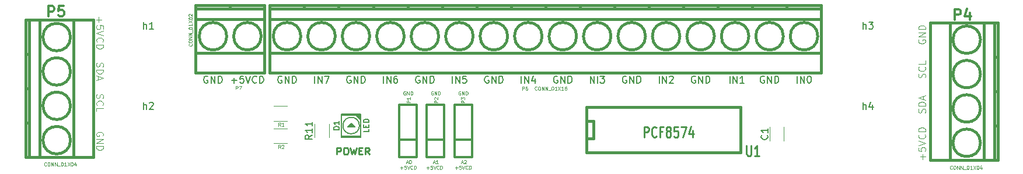
<source format=gbr>
G04 #@! TF.FileFunction,Legend,Top*
%FSLAX46Y46*%
G04 Gerber Fmt 4.6, Leading zero omitted, Abs format (unit mm)*
G04 Created by KiCad (PCBNEW 4.0.6) date 02/01/18 18:05:22*
%MOMM*%
%LPD*%
G01*
G04 APERTURE LIST*
%ADD10C,0.100000*%
%ADD11C,0.125000*%
%ADD12C,0.250000*%
%ADD13C,0.200000*%
%ADD14C,0.381000*%
%ADD15C,0.120000*%
%ADD16C,0.198120*%
%ADD17C,0.304800*%
%ADD18C,0.150000*%
%ADD19C,0.285750*%
%ADD20C,0.287020*%
%ADD21C,0.149860*%
%ADD22C,0.300000*%
G04 APERTURE END LIST*
D10*
D11*
X132911144Y-100919714D02*
X133292096Y-100919714D01*
X133101620Y-101110190D02*
X133101620Y-100729238D01*
X133768287Y-100610190D02*
X133530192Y-100610190D01*
X133506382Y-100848286D01*
X133530192Y-100824476D01*
X133577811Y-100800667D01*
X133696858Y-100800667D01*
X133744477Y-100824476D01*
X133768287Y-100848286D01*
X133792096Y-100895905D01*
X133792096Y-101014952D01*
X133768287Y-101062571D01*
X133744477Y-101086381D01*
X133696858Y-101110190D01*
X133577811Y-101110190D01*
X133530192Y-101086381D01*
X133506382Y-101062571D01*
X133934953Y-100610190D02*
X134101620Y-101110190D01*
X134268286Y-100610190D01*
X134720667Y-101062571D02*
X134696857Y-101086381D01*
X134625429Y-101110190D01*
X134577810Y-101110190D01*
X134506381Y-101086381D01*
X134458762Y-101038762D01*
X134434953Y-100991143D01*
X134411143Y-100895905D01*
X134411143Y-100824476D01*
X134434953Y-100729238D01*
X134458762Y-100681619D01*
X134506381Y-100634000D01*
X134577810Y-100610190D01*
X134625429Y-100610190D01*
X134696857Y-100634000D01*
X134720667Y-100657810D01*
X134934953Y-101110190D02*
X134934953Y-100610190D01*
X135054000Y-100610190D01*
X135125429Y-100634000D01*
X135173048Y-100681619D01*
X135196857Y-100729238D01*
X135220667Y-100824476D01*
X135220667Y-100895905D01*
X135196857Y-100991143D01*
X135173048Y-101038762D01*
X135125429Y-101086381D01*
X135054000Y-101110190D01*
X134934953Y-101110190D01*
X128711144Y-100919714D02*
X129092096Y-100919714D01*
X128901620Y-101110190D02*
X128901620Y-100729238D01*
X129568287Y-100610190D02*
X129330192Y-100610190D01*
X129306382Y-100848286D01*
X129330192Y-100824476D01*
X129377811Y-100800667D01*
X129496858Y-100800667D01*
X129544477Y-100824476D01*
X129568287Y-100848286D01*
X129592096Y-100895905D01*
X129592096Y-101014952D01*
X129568287Y-101062571D01*
X129544477Y-101086381D01*
X129496858Y-101110190D01*
X129377811Y-101110190D01*
X129330192Y-101086381D01*
X129306382Y-101062571D01*
X129734953Y-100610190D02*
X129901620Y-101110190D01*
X130068286Y-100610190D01*
X130520667Y-101062571D02*
X130496857Y-101086381D01*
X130425429Y-101110190D01*
X130377810Y-101110190D01*
X130306381Y-101086381D01*
X130258762Y-101038762D01*
X130234953Y-100991143D01*
X130211143Y-100895905D01*
X130211143Y-100824476D01*
X130234953Y-100729238D01*
X130258762Y-100681619D01*
X130306381Y-100634000D01*
X130377810Y-100610190D01*
X130425429Y-100610190D01*
X130496857Y-100634000D01*
X130520667Y-100657810D01*
X130734953Y-101110190D02*
X130734953Y-100610190D01*
X130854000Y-100610190D01*
X130925429Y-100634000D01*
X130973048Y-100681619D01*
X130996857Y-100729238D01*
X131020667Y-100824476D01*
X131020667Y-100895905D01*
X130996857Y-100991143D01*
X130973048Y-101038762D01*
X130925429Y-101086381D01*
X130854000Y-101110190D01*
X130734953Y-101110190D01*
X124911144Y-100919714D02*
X125292096Y-100919714D01*
X125101620Y-101110190D02*
X125101620Y-100729238D01*
X125768287Y-100610190D02*
X125530192Y-100610190D01*
X125506382Y-100848286D01*
X125530192Y-100824476D01*
X125577811Y-100800667D01*
X125696858Y-100800667D01*
X125744477Y-100824476D01*
X125768287Y-100848286D01*
X125792096Y-100895905D01*
X125792096Y-101014952D01*
X125768287Y-101062571D01*
X125744477Y-101086381D01*
X125696858Y-101110190D01*
X125577811Y-101110190D01*
X125530192Y-101086381D01*
X125506382Y-101062571D01*
X125934953Y-100610190D02*
X126101620Y-101110190D01*
X126268286Y-100610190D01*
X126720667Y-101062571D02*
X126696857Y-101086381D01*
X126625429Y-101110190D01*
X126577810Y-101110190D01*
X126506381Y-101086381D01*
X126458762Y-101038762D01*
X126434953Y-100991143D01*
X126411143Y-100895905D01*
X126411143Y-100824476D01*
X126434953Y-100729238D01*
X126458762Y-100681619D01*
X126506381Y-100634000D01*
X126577810Y-100610190D01*
X126625429Y-100610190D01*
X126696857Y-100634000D01*
X126720667Y-100657810D01*
X126934953Y-101110190D02*
X126934953Y-100610190D01*
X127054000Y-100610190D01*
X127125429Y-100634000D01*
X127173048Y-100681619D01*
X127196857Y-100729238D01*
X127220667Y-100824476D01*
X127220667Y-100895905D01*
X127196857Y-100991143D01*
X127173048Y-101038762D01*
X127125429Y-101086381D01*
X127054000Y-101110190D01*
X126934953Y-101110190D01*
X125673047Y-89834000D02*
X125625428Y-89810190D01*
X125554000Y-89810190D01*
X125482571Y-89834000D01*
X125434952Y-89881619D01*
X125411143Y-89929238D01*
X125387333Y-90024476D01*
X125387333Y-90095905D01*
X125411143Y-90191143D01*
X125434952Y-90238762D01*
X125482571Y-90286381D01*
X125554000Y-90310190D01*
X125601619Y-90310190D01*
X125673047Y-90286381D01*
X125696857Y-90262571D01*
X125696857Y-90095905D01*
X125601619Y-90095905D01*
X125911143Y-90310190D02*
X125911143Y-89810190D01*
X126196857Y-90310190D01*
X126196857Y-89810190D01*
X126434953Y-90310190D02*
X126434953Y-89810190D01*
X126554000Y-89810190D01*
X126625429Y-89834000D01*
X126673048Y-89881619D01*
X126696857Y-89929238D01*
X126720667Y-90024476D01*
X126720667Y-90095905D01*
X126696857Y-90191143D01*
X126673048Y-90238762D01*
X126625429Y-90286381D01*
X126554000Y-90310190D01*
X126434953Y-90310190D01*
X133673047Y-89834000D02*
X133625428Y-89810190D01*
X133554000Y-89810190D01*
X133482571Y-89834000D01*
X133434952Y-89881619D01*
X133411143Y-89929238D01*
X133387333Y-90024476D01*
X133387333Y-90095905D01*
X133411143Y-90191143D01*
X133434952Y-90238762D01*
X133482571Y-90286381D01*
X133554000Y-90310190D01*
X133601619Y-90310190D01*
X133673047Y-90286381D01*
X133696857Y-90262571D01*
X133696857Y-90095905D01*
X133601619Y-90095905D01*
X133911143Y-90310190D02*
X133911143Y-89810190D01*
X134196857Y-90310190D01*
X134196857Y-89810190D01*
X134434953Y-90310190D02*
X134434953Y-89810190D01*
X134554000Y-89810190D01*
X134625429Y-89834000D01*
X134673048Y-89881619D01*
X134696857Y-89929238D01*
X134720667Y-90024476D01*
X134720667Y-90095905D01*
X134696857Y-90191143D01*
X134673048Y-90238762D01*
X134625429Y-90286381D01*
X134554000Y-90310190D01*
X134434953Y-90310190D01*
X129673047Y-89834000D02*
X129625428Y-89810190D01*
X129554000Y-89810190D01*
X129482571Y-89834000D01*
X129434952Y-89881619D01*
X129411143Y-89929238D01*
X129387333Y-90024476D01*
X129387333Y-90095905D01*
X129411143Y-90191143D01*
X129434952Y-90238762D01*
X129482571Y-90286381D01*
X129554000Y-90310190D01*
X129601619Y-90310190D01*
X129673047Y-90286381D01*
X129696857Y-90262571D01*
X129696857Y-90095905D01*
X129601619Y-90095905D01*
X129911143Y-90310190D02*
X129911143Y-89810190D01*
X130196857Y-90310190D01*
X130196857Y-89810190D01*
X130434953Y-90310190D02*
X130434953Y-89810190D01*
X130554000Y-89810190D01*
X130625429Y-89834000D01*
X130673048Y-89881619D01*
X130696857Y-89929238D01*
X130720667Y-90024476D01*
X130720667Y-90095905D01*
X130696857Y-90191143D01*
X130673048Y-90238762D01*
X130625429Y-90286381D01*
X130554000Y-90310190D01*
X130434953Y-90310190D01*
D12*
X115744476Y-98986381D02*
X115744476Y-97986381D01*
X116125429Y-97986381D01*
X116220667Y-98034000D01*
X116268286Y-98081619D01*
X116315905Y-98176857D01*
X116315905Y-98319714D01*
X116268286Y-98414952D01*
X116220667Y-98462571D01*
X116125429Y-98510190D01*
X115744476Y-98510190D01*
X116934952Y-97986381D02*
X117125429Y-97986381D01*
X117220667Y-98034000D01*
X117315905Y-98129238D01*
X117363524Y-98319714D01*
X117363524Y-98653048D01*
X117315905Y-98843524D01*
X117220667Y-98938762D01*
X117125429Y-98986381D01*
X116934952Y-98986381D01*
X116839714Y-98938762D01*
X116744476Y-98843524D01*
X116696857Y-98653048D01*
X116696857Y-98319714D01*
X116744476Y-98129238D01*
X116839714Y-98034000D01*
X116934952Y-97986381D01*
X117696857Y-97986381D02*
X117934952Y-98986381D01*
X118125429Y-98272095D01*
X118315905Y-98986381D01*
X118554000Y-97986381D01*
X118934952Y-98462571D02*
X119268286Y-98462571D01*
X119411143Y-98986381D02*
X118934952Y-98986381D01*
X118934952Y-97986381D01*
X119411143Y-97986381D01*
X120411143Y-98986381D02*
X120077809Y-98510190D01*
X119839714Y-98986381D02*
X119839714Y-97986381D01*
X120220667Y-97986381D01*
X120315905Y-98034000D01*
X120363524Y-98081619D01*
X120411143Y-98176857D01*
X120411143Y-98319714D01*
X120363524Y-98414952D01*
X120315905Y-98462571D01*
X120220667Y-98510190D01*
X119839714Y-98510190D01*
D13*
X100468286Y-88205429D02*
X101230191Y-88205429D01*
X100849239Y-88586381D02*
X100849239Y-87824476D01*
X102182572Y-87586381D02*
X101706381Y-87586381D01*
X101658762Y-88062571D01*
X101706381Y-88014952D01*
X101801619Y-87967333D01*
X102039715Y-87967333D01*
X102134953Y-88014952D01*
X102182572Y-88062571D01*
X102230191Y-88157810D01*
X102230191Y-88395905D01*
X102182572Y-88491143D01*
X102134953Y-88538762D01*
X102039715Y-88586381D01*
X101801619Y-88586381D01*
X101706381Y-88538762D01*
X101658762Y-88491143D01*
X102515905Y-87586381D02*
X102849238Y-88586381D01*
X103182572Y-87586381D01*
X104087334Y-88491143D02*
X104039715Y-88538762D01*
X103896858Y-88586381D01*
X103801620Y-88586381D01*
X103658762Y-88538762D01*
X103563524Y-88443524D01*
X103515905Y-88348286D01*
X103468286Y-88157810D01*
X103468286Y-88014952D01*
X103515905Y-87824476D01*
X103563524Y-87729238D01*
X103658762Y-87634000D01*
X103801620Y-87586381D01*
X103896858Y-87586381D01*
X104039715Y-87634000D01*
X104087334Y-87681619D01*
X104515905Y-88586381D02*
X104515905Y-87586381D01*
X104754000Y-87586381D01*
X104896858Y-87634000D01*
X104992096Y-87729238D01*
X105039715Y-87824476D01*
X105087334Y-88014952D01*
X105087334Y-88157810D01*
X105039715Y-88348286D01*
X104992096Y-88443524D01*
X104896858Y-88538762D01*
X104754000Y-88586381D01*
X104515905Y-88586381D01*
X96992096Y-87634000D02*
X96896858Y-87586381D01*
X96754001Y-87586381D01*
X96611143Y-87634000D01*
X96515905Y-87729238D01*
X96468286Y-87824476D01*
X96420667Y-88014952D01*
X96420667Y-88157810D01*
X96468286Y-88348286D01*
X96515905Y-88443524D01*
X96611143Y-88538762D01*
X96754001Y-88586381D01*
X96849239Y-88586381D01*
X96992096Y-88538762D01*
X97039715Y-88491143D01*
X97039715Y-88157810D01*
X96849239Y-88157810D01*
X97468286Y-88586381D02*
X97468286Y-87586381D01*
X98039715Y-88586381D01*
X98039715Y-87586381D01*
X98515905Y-88586381D02*
X98515905Y-87586381D01*
X98754000Y-87586381D01*
X98896858Y-87634000D01*
X98992096Y-87729238D01*
X99039715Y-87824476D01*
X99087334Y-88014952D01*
X99087334Y-88157810D01*
X99039715Y-88348286D01*
X98992096Y-88443524D01*
X98896858Y-88538762D01*
X98754000Y-88586381D01*
X98515905Y-88586381D01*
X182504000Y-88586381D02*
X182504000Y-87586381D01*
X182980190Y-88586381D02*
X182980190Y-87586381D01*
X183551619Y-88586381D01*
X183551619Y-87586381D01*
X184218285Y-87586381D02*
X184313524Y-87586381D01*
X184408762Y-87634000D01*
X184456381Y-87681619D01*
X184504000Y-87776857D01*
X184551619Y-87967333D01*
X184551619Y-88205429D01*
X184504000Y-88395905D01*
X184456381Y-88491143D01*
X184408762Y-88538762D01*
X184313524Y-88586381D01*
X184218285Y-88586381D01*
X184123047Y-88538762D01*
X184075428Y-88491143D01*
X184027809Y-88395905D01*
X183980190Y-88205429D01*
X183980190Y-87967333D01*
X184027809Y-87776857D01*
X184075428Y-87681619D01*
X184123047Y-87634000D01*
X184218285Y-87586381D01*
X177742096Y-87634000D02*
X177646858Y-87586381D01*
X177504001Y-87586381D01*
X177361143Y-87634000D01*
X177265905Y-87729238D01*
X177218286Y-87824476D01*
X177170667Y-88014952D01*
X177170667Y-88157810D01*
X177218286Y-88348286D01*
X177265905Y-88443524D01*
X177361143Y-88538762D01*
X177504001Y-88586381D01*
X177599239Y-88586381D01*
X177742096Y-88538762D01*
X177789715Y-88491143D01*
X177789715Y-88157810D01*
X177599239Y-88157810D01*
X178218286Y-88586381D02*
X178218286Y-87586381D01*
X178789715Y-88586381D01*
X178789715Y-87586381D01*
X179265905Y-88586381D02*
X179265905Y-87586381D01*
X179504000Y-87586381D01*
X179646858Y-87634000D01*
X179742096Y-87729238D01*
X179789715Y-87824476D01*
X179837334Y-88014952D01*
X179837334Y-88157810D01*
X179789715Y-88348286D01*
X179742096Y-88443524D01*
X179646858Y-88538762D01*
X179504000Y-88586381D01*
X179265905Y-88586381D01*
X172754000Y-88586381D02*
X172754000Y-87586381D01*
X173230190Y-88586381D02*
X173230190Y-87586381D01*
X173801619Y-88586381D01*
X173801619Y-87586381D01*
X174801619Y-88586381D02*
X174230190Y-88586381D01*
X174515904Y-88586381D02*
X174515904Y-87586381D01*
X174420666Y-87729238D01*
X174325428Y-87824476D01*
X174230190Y-87872095D01*
X167742096Y-87634000D02*
X167646858Y-87586381D01*
X167504001Y-87586381D01*
X167361143Y-87634000D01*
X167265905Y-87729238D01*
X167218286Y-87824476D01*
X167170667Y-88014952D01*
X167170667Y-88157810D01*
X167218286Y-88348286D01*
X167265905Y-88443524D01*
X167361143Y-88538762D01*
X167504001Y-88586381D01*
X167599239Y-88586381D01*
X167742096Y-88538762D01*
X167789715Y-88491143D01*
X167789715Y-88157810D01*
X167599239Y-88157810D01*
X168218286Y-88586381D02*
X168218286Y-87586381D01*
X168789715Y-88586381D01*
X168789715Y-87586381D01*
X169265905Y-88586381D02*
X169265905Y-87586381D01*
X169504000Y-87586381D01*
X169646858Y-87634000D01*
X169742096Y-87729238D01*
X169789715Y-87824476D01*
X169837334Y-88014952D01*
X169837334Y-88157810D01*
X169789715Y-88348286D01*
X169742096Y-88443524D01*
X169646858Y-88538762D01*
X169504000Y-88586381D01*
X169265905Y-88586381D01*
X162504000Y-88586381D02*
X162504000Y-87586381D01*
X162980190Y-88586381D02*
X162980190Y-87586381D01*
X163551619Y-88586381D01*
X163551619Y-87586381D01*
X163980190Y-87681619D02*
X164027809Y-87634000D01*
X164123047Y-87586381D01*
X164361143Y-87586381D01*
X164456381Y-87634000D01*
X164504000Y-87681619D01*
X164551619Y-87776857D01*
X164551619Y-87872095D01*
X164504000Y-88014952D01*
X163932571Y-88586381D01*
X164551619Y-88586381D01*
X157742096Y-87634000D02*
X157646858Y-87586381D01*
X157504001Y-87586381D01*
X157361143Y-87634000D01*
X157265905Y-87729238D01*
X157218286Y-87824476D01*
X157170667Y-88014952D01*
X157170667Y-88157810D01*
X157218286Y-88348286D01*
X157265905Y-88443524D01*
X157361143Y-88538762D01*
X157504001Y-88586381D01*
X157599239Y-88586381D01*
X157742096Y-88538762D01*
X157789715Y-88491143D01*
X157789715Y-88157810D01*
X157599239Y-88157810D01*
X158218286Y-88586381D02*
X158218286Y-87586381D01*
X158789715Y-88586381D01*
X158789715Y-87586381D01*
X159265905Y-88586381D02*
X159265905Y-87586381D01*
X159504000Y-87586381D01*
X159646858Y-87634000D01*
X159742096Y-87729238D01*
X159789715Y-87824476D01*
X159837334Y-88014952D01*
X159837334Y-88157810D01*
X159789715Y-88348286D01*
X159742096Y-88443524D01*
X159646858Y-88538762D01*
X159504000Y-88586381D01*
X159265905Y-88586381D01*
X152504000Y-88586381D02*
X152504000Y-87586381D01*
X153075429Y-88586381D01*
X153075429Y-87586381D01*
X153551619Y-88586381D02*
X153551619Y-87586381D01*
X153932571Y-87586381D02*
X154551619Y-87586381D01*
X154218285Y-87967333D01*
X154361143Y-87967333D01*
X154456381Y-88014952D01*
X154504000Y-88062571D01*
X154551619Y-88157810D01*
X154551619Y-88395905D01*
X154504000Y-88491143D01*
X154456381Y-88538762D01*
X154361143Y-88586381D01*
X154075428Y-88586381D01*
X153980190Y-88538762D01*
X153932571Y-88491143D01*
X147742096Y-87634000D02*
X147646858Y-87586381D01*
X147504001Y-87586381D01*
X147361143Y-87634000D01*
X147265905Y-87729238D01*
X147218286Y-87824476D01*
X147170667Y-88014952D01*
X147170667Y-88157810D01*
X147218286Y-88348286D01*
X147265905Y-88443524D01*
X147361143Y-88538762D01*
X147504001Y-88586381D01*
X147599239Y-88586381D01*
X147742096Y-88538762D01*
X147789715Y-88491143D01*
X147789715Y-88157810D01*
X147599239Y-88157810D01*
X148218286Y-88586381D02*
X148218286Y-87586381D01*
X148789715Y-88586381D01*
X148789715Y-87586381D01*
X149265905Y-88586381D02*
X149265905Y-87586381D01*
X149504000Y-87586381D01*
X149646858Y-87634000D01*
X149742096Y-87729238D01*
X149789715Y-87824476D01*
X149837334Y-88014952D01*
X149837334Y-88157810D01*
X149789715Y-88348286D01*
X149742096Y-88443524D01*
X149646858Y-88538762D01*
X149504000Y-88586381D01*
X149265905Y-88586381D01*
X142504000Y-88586381D02*
X142504000Y-87586381D01*
X142980190Y-88586381D02*
X142980190Y-87586381D01*
X143551619Y-88586381D01*
X143551619Y-87586381D01*
X144456381Y-87919714D02*
X144456381Y-88586381D01*
X144218285Y-87538762D02*
X143980190Y-88253048D01*
X144599238Y-88253048D01*
X137742096Y-87634000D02*
X137646858Y-87586381D01*
X137504001Y-87586381D01*
X137361143Y-87634000D01*
X137265905Y-87729238D01*
X137218286Y-87824476D01*
X137170667Y-88014952D01*
X137170667Y-88157810D01*
X137218286Y-88348286D01*
X137265905Y-88443524D01*
X137361143Y-88538762D01*
X137504001Y-88586381D01*
X137599239Y-88586381D01*
X137742096Y-88538762D01*
X137789715Y-88491143D01*
X137789715Y-88157810D01*
X137599239Y-88157810D01*
X138218286Y-88586381D02*
X138218286Y-87586381D01*
X138789715Y-88586381D01*
X138789715Y-87586381D01*
X139265905Y-88586381D02*
X139265905Y-87586381D01*
X139504000Y-87586381D01*
X139646858Y-87634000D01*
X139742096Y-87729238D01*
X139789715Y-87824476D01*
X139837334Y-88014952D01*
X139837334Y-88157810D01*
X139789715Y-88348286D01*
X139742096Y-88443524D01*
X139646858Y-88538762D01*
X139504000Y-88586381D01*
X139265905Y-88586381D01*
X132504000Y-88586381D02*
X132504000Y-87586381D01*
X132980190Y-88586381D02*
X132980190Y-87586381D01*
X133551619Y-88586381D01*
X133551619Y-87586381D01*
X134504000Y-87586381D02*
X134027809Y-87586381D01*
X133980190Y-88062571D01*
X134027809Y-88014952D01*
X134123047Y-87967333D01*
X134361143Y-87967333D01*
X134456381Y-88014952D01*
X134504000Y-88062571D01*
X134551619Y-88157810D01*
X134551619Y-88395905D01*
X134504000Y-88491143D01*
X134456381Y-88538762D01*
X134361143Y-88586381D01*
X134123047Y-88586381D01*
X134027809Y-88538762D01*
X133980190Y-88491143D01*
X127742096Y-87634000D02*
X127646858Y-87586381D01*
X127504001Y-87586381D01*
X127361143Y-87634000D01*
X127265905Y-87729238D01*
X127218286Y-87824476D01*
X127170667Y-88014952D01*
X127170667Y-88157810D01*
X127218286Y-88348286D01*
X127265905Y-88443524D01*
X127361143Y-88538762D01*
X127504001Y-88586381D01*
X127599239Y-88586381D01*
X127742096Y-88538762D01*
X127789715Y-88491143D01*
X127789715Y-88157810D01*
X127599239Y-88157810D01*
X128218286Y-88586381D02*
X128218286Y-87586381D01*
X128789715Y-88586381D01*
X128789715Y-87586381D01*
X129265905Y-88586381D02*
X129265905Y-87586381D01*
X129504000Y-87586381D01*
X129646858Y-87634000D01*
X129742096Y-87729238D01*
X129789715Y-87824476D01*
X129837334Y-88014952D01*
X129837334Y-88157810D01*
X129789715Y-88348286D01*
X129742096Y-88443524D01*
X129646858Y-88538762D01*
X129504000Y-88586381D01*
X129265905Y-88586381D01*
X122504000Y-88586381D02*
X122504000Y-87586381D01*
X122980190Y-88586381D02*
X122980190Y-87586381D01*
X123551619Y-88586381D01*
X123551619Y-87586381D01*
X124456381Y-87586381D02*
X124265904Y-87586381D01*
X124170666Y-87634000D01*
X124123047Y-87681619D01*
X124027809Y-87824476D01*
X123980190Y-88014952D01*
X123980190Y-88395905D01*
X124027809Y-88491143D01*
X124075428Y-88538762D01*
X124170666Y-88586381D01*
X124361143Y-88586381D01*
X124456381Y-88538762D01*
X124504000Y-88491143D01*
X124551619Y-88395905D01*
X124551619Y-88157810D01*
X124504000Y-88062571D01*
X124456381Y-88014952D01*
X124361143Y-87967333D01*
X124170666Y-87967333D01*
X124075428Y-88014952D01*
X124027809Y-88062571D01*
X123980190Y-88157810D01*
X117742096Y-87634000D02*
X117646858Y-87586381D01*
X117504001Y-87586381D01*
X117361143Y-87634000D01*
X117265905Y-87729238D01*
X117218286Y-87824476D01*
X117170667Y-88014952D01*
X117170667Y-88157810D01*
X117218286Y-88348286D01*
X117265905Y-88443524D01*
X117361143Y-88538762D01*
X117504001Y-88586381D01*
X117599239Y-88586381D01*
X117742096Y-88538762D01*
X117789715Y-88491143D01*
X117789715Y-88157810D01*
X117599239Y-88157810D01*
X118218286Y-88586381D02*
X118218286Y-87586381D01*
X118789715Y-88586381D01*
X118789715Y-87586381D01*
X119265905Y-88586381D02*
X119265905Y-87586381D01*
X119504000Y-87586381D01*
X119646858Y-87634000D01*
X119742096Y-87729238D01*
X119789715Y-87824476D01*
X119837334Y-88014952D01*
X119837334Y-88157810D01*
X119789715Y-88348286D01*
X119742096Y-88443524D01*
X119646858Y-88538762D01*
X119504000Y-88586381D01*
X119265905Y-88586381D01*
X112504000Y-88586381D02*
X112504000Y-87586381D01*
X112980190Y-88586381D02*
X112980190Y-87586381D01*
X113551619Y-88586381D01*
X113551619Y-87586381D01*
X113932571Y-87586381D02*
X114599238Y-87586381D01*
X114170666Y-88586381D01*
X107742096Y-87634000D02*
X107646858Y-87586381D01*
X107504001Y-87586381D01*
X107361143Y-87634000D01*
X107265905Y-87729238D01*
X107218286Y-87824476D01*
X107170667Y-88014952D01*
X107170667Y-88157810D01*
X107218286Y-88348286D01*
X107265905Y-88443524D01*
X107361143Y-88538762D01*
X107504001Y-88586381D01*
X107599239Y-88586381D01*
X107742096Y-88538762D01*
X107789715Y-88491143D01*
X107789715Y-88157810D01*
X107599239Y-88157810D01*
X108218286Y-88586381D02*
X108218286Y-87586381D01*
X108789715Y-88586381D01*
X108789715Y-87586381D01*
X109265905Y-88586381D02*
X109265905Y-87586381D01*
X109504000Y-87586381D01*
X109646858Y-87634000D01*
X109742096Y-87729238D01*
X109789715Y-87824476D01*
X109837334Y-88014952D01*
X109837334Y-88157810D01*
X109789715Y-88348286D01*
X109742096Y-88443524D01*
X109646858Y-88538762D01*
X109504000Y-88586381D01*
X109265905Y-88586381D01*
D11*
X200160000Y-82295904D02*
X200112381Y-82391142D01*
X200112381Y-82533999D01*
X200160000Y-82676857D01*
X200255238Y-82772095D01*
X200350476Y-82819714D01*
X200540952Y-82867333D01*
X200683810Y-82867333D01*
X200874286Y-82819714D01*
X200969524Y-82772095D01*
X201064762Y-82676857D01*
X201112381Y-82533999D01*
X201112381Y-82438761D01*
X201064762Y-82295904D01*
X201017143Y-82248285D01*
X200683810Y-82248285D01*
X200683810Y-82438761D01*
X201112381Y-81819714D02*
X200112381Y-81819714D01*
X201112381Y-81248285D01*
X200112381Y-81248285D01*
X201112381Y-80772095D02*
X200112381Y-80772095D01*
X200112381Y-80534000D01*
X200160000Y-80391142D01*
X200255238Y-80295904D01*
X200350476Y-80248285D01*
X200540952Y-80200666D01*
X200683810Y-80200666D01*
X200874286Y-80248285D01*
X200969524Y-80295904D01*
X201064762Y-80391142D01*
X201112381Y-80534000D01*
X201112381Y-80772095D01*
X201064762Y-87804476D02*
X201112381Y-87661619D01*
X201112381Y-87423523D01*
X201064762Y-87328285D01*
X201017143Y-87280666D01*
X200921905Y-87233047D01*
X200826667Y-87233047D01*
X200731429Y-87280666D01*
X200683810Y-87328285D01*
X200636190Y-87423523D01*
X200588571Y-87614000D01*
X200540952Y-87709238D01*
X200493333Y-87756857D01*
X200398095Y-87804476D01*
X200302857Y-87804476D01*
X200207619Y-87756857D01*
X200160000Y-87709238D01*
X200112381Y-87614000D01*
X200112381Y-87375904D01*
X200160000Y-87233047D01*
X201017143Y-86233047D02*
X201064762Y-86280666D01*
X201112381Y-86423523D01*
X201112381Y-86518761D01*
X201064762Y-86661619D01*
X200969524Y-86756857D01*
X200874286Y-86804476D01*
X200683810Y-86852095D01*
X200540952Y-86852095D01*
X200350476Y-86804476D01*
X200255238Y-86756857D01*
X200160000Y-86661619D01*
X200112381Y-86518761D01*
X200112381Y-86423523D01*
X200160000Y-86280666D01*
X200207619Y-86233047D01*
X201112381Y-85328285D02*
X201112381Y-85804476D01*
X200112381Y-85804476D01*
X201064762Y-92908286D02*
X201112381Y-92765429D01*
X201112381Y-92527333D01*
X201064762Y-92432095D01*
X201017143Y-92384476D01*
X200921905Y-92336857D01*
X200826667Y-92336857D01*
X200731429Y-92384476D01*
X200683810Y-92432095D01*
X200636190Y-92527333D01*
X200588571Y-92717810D01*
X200540952Y-92813048D01*
X200493333Y-92860667D01*
X200398095Y-92908286D01*
X200302857Y-92908286D01*
X200207619Y-92860667D01*
X200160000Y-92813048D01*
X200112381Y-92717810D01*
X200112381Y-92479714D01*
X200160000Y-92336857D01*
X201112381Y-91908286D02*
X200112381Y-91908286D01*
X200112381Y-91670191D01*
X200160000Y-91527333D01*
X200255238Y-91432095D01*
X200350476Y-91384476D01*
X200540952Y-91336857D01*
X200683810Y-91336857D01*
X200874286Y-91384476D01*
X200969524Y-91432095D01*
X201064762Y-91527333D01*
X201112381Y-91670191D01*
X201112381Y-91908286D01*
X200826667Y-90955905D02*
X200826667Y-90479714D01*
X201112381Y-91051143D02*
X200112381Y-90717810D01*
X201112381Y-90384476D01*
X200731429Y-99694714D02*
X200731429Y-98932809D01*
X201112381Y-99313761D02*
X200350476Y-99313761D01*
X200112381Y-97980428D02*
X200112381Y-98456619D01*
X200588571Y-98504238D01*
X200540952Y-98456619D01*
X200493333Y-98361381D01*
X200493333Y-98123285D01*
X200540952Y-98028047D01*
X200588571Y-97980428D01*
X200683810Y-97932809D01*
X200921905Y-97932809D01*
X201017143Y-97980428D01*
X201064762Y-98028047D01*
X201112381Y-98123285D01*
X201112381Y-98361381D01*
X201064762Y-98456619D01*
X201017143Y-98504238D01*
X200112381Y-97647095D02*
X201112381Y-97313762D01*
X200112381Y-96980428D01*
X201017143Y-96075666D02*
X201064762Y-96123285D01*
X201112381Y-96266142D01*
X201112381Y-96361380D01*
X201064762Y-96504238D01*
X200969524Y-96599476D01*
X200874286Y-96647095D01*
X200683810Y-96694714D01*
X200540952Y-96694714D01*
X200350476Y-96647095D01*
X200255238Y-96599476D01*
X200160000Y-96504238D01*
X200112381Y-96361380D01*
X200112381Y-96266142D01*
X200160000Y-96123285D01*
X200207619Y-96075666D01*
X201112381Y-95647095D02*
X200112381Y-95647095D01*
X200112381Y-95409000D01*
X200160000Y-95266142D01*
X200255238Y-95170904D01*
X200350476Y-95123285D01*
X200540952Y-95075666D01*
X200683810Y-95075666D01*
X200874286Y-95123285D01*
X200969524Y-95170904D01*
X201064762Y-95266142D01*
X201112381Y-95409000D01*
X201112381Y-95647095D01*
X133796858Y-100167333D02*
X134034953Y-100167333D01*
X133749239Y-100310190D02*
X133915906Y-99810190D01*
X134082572Y-100310190D01*
X134225429Y-99857810D02*
X134249239Y-99834000D01*
X134296858Y-99810190D01*
X134415905Y-99810190D01*
X134463524Y-99834000D01*
X134487334Y-99857810D01*
X134511143Y-99905429D01*
X134511143Y-99953048D01*
X134487334Y-100024476D01*
X134201620Y-100310190D01*
X134511143Y-100310190D01*
X129696858Y-100167333D02*
X129934953Y-100167333D01*
X129649239Y-100310190D02*
X129815906Y-99810190D01*
X129982572Y-100310190D01*
X130411143Y-100310190D02*
X130125429Y-100310190D01*
X130268286Y-100310190D02*
X130268286Y-99810190D01*
X130220667Y-99881619D01*
X130173048Y-99929238D01*
X130125429Y-99953048D01*
X125796858Y-100167333D02*
X126034953Y-100167333D01*
X125749239Y-100310190D02*
X125915906Y-99810190D01*
X126082572Y-100310190D01*
X126344477Y-99810190D02*
X126392096Y-99810190D01*
X126439715Y-99834000D01*
X126463524Y-99857810D01*
X126487334Y-99905429D01*
X126511143Y-100000667D01*
X126511143Y-100119714D01*
X126487334Y-100214952D01*
X126463524Y-100262571D01*
X126439715Y-100286381D01*
X126392096Y-100310190D01*
X126344477Y-100310190D01*
X126296858Y-100286381D01*
X126273048Y-100262571D01*
X126249239Y-100214952D01*
X126225429Y-100119714D01*
X126225429Y-100000667D01*
X126249239Y-99905429D01*
X126273048Y-99857810D01*
X126296858Y-99834000D01*
X126344477Y-99810190D01*
X81780000Y-96266096D02*
X81827619Y-96170858D01*
X81827619Y-96028001D01*
X81780000Y-95885143D01*
X81684762Y-95789905D01*
X81589524Y-95742286D01*
X81399048Y-95694667D01*
X81256190Y-95694667D01*
X81065714Y-95742286D01*
X80970476Y-95789905D01*
X80875238Y-95885143D01*
X80827619Y-96028001D01*
X80827619Y-96123239D01*
X80875238Y-96266096D01*
X80922857Y-96313715D01*
X81256190Y-96313715D01*
X81256190Y-96123239D01*
X80827619Y-96742286D02*
X81827619Y-96742286D01*
X80827619Y-97313715D01*
X81827619Y-97313715D01*
X80827619Y-97789905D02*
X81827619Y-97789905D01*
X81827619Y-98028000D01*
X81780000Y-98170858D01*
X81684762Y-98266096D01*
X81589524Y-98313715D01*
X81399048Y-98361334D01*
X81256190Y-98361334D01*
X81065714Y-98313715D01*
X80970476Y-98266096D01*
X80875238Y-98170858D01*
X80827619Y-98028000D01*
X80827619Y-97789905D01*
X80875238Y-90249524D02*
X80827619Y-90392381D01*
X80827619Y-90630477D01*
X80875238Y-90725715D01*
X80922857Y-90773334D01*
X81018095Y-90820953D01*
X81113333Y-90820953D01*
X81208571Y-90773334D01*
X81256190Y-90725715D01*
X81303810Y-90630477D01*
X81351429Y-90440000D01*
X81399048Y-90344762D01*
X81446667Y-90297143D01*
X81541905Y-90249524D01*
X81637143Y-90249524D01*
X81732381Y-90297143D01*
X81780000Y-90344762D01*
X81827619Y-90440000D01*
X81827619Y-90678096D01*
X81780000Y-90820953D01*
X80922857Y-91820953D02*
X80875238Y-91773334D01*
X80827619Y-91630477D01*
X80827619Y-91535239D01*
X80875238Y-91392381D01*
X80970476Y-91297143D01*
X81065714Y-91249524D01*
X81256190Y-91201905D01*
X81399048Y-91201905D01*
X81589524Y-91249524D01*
X81684762Y-91297143D01*
X81780000Y-91392381D01*
X81827619Y-91535239D01*
X81827619Y-91630477D01*
X81780000Y-91773334D01*
X81732381Y-91820953D01*
X80827619Y-92725715D02*
X80827619Y-92249524D01*
X81827619Y-92249524D01*
X80875238Y-85653714D02*
X80827619Y-85796571D01*
X80827619Y-86034667D01*
X80875238Y-86129905D01*
X80922857Y-86177524D01*
X81018095Y-86225143D01*
X81113333Y-86225143D01*
X81208571Y-86177524D01*
X81256190Y-86129905D01*
X81303810Y-86034667D01*
X81351429Y-85844190D01*
X81399048Y-85748952D01*
X81446667Y-85701333D01*
X81541905Y-85653714D01*
X81637143Y-85653714D01*
X81732381Y-85701333D01*
X81780000Y-85748952D01*
X81827619Y-85844190D01*
X81827619Y-86082286D01*
X81780000Y-86225143D01*
X80827619Y-86653714D02*
X81827619Y-86653714D01*
X81827619Y-86891809D01*
X81780000Y-87034667D01*
X81684762Y-87129905D01*
X81589524Y-87177524D01*
X81399048Y-87225143D01*
X81256190Y-87225143D01*
X81065714Y-87177524D01*
X80970476Y-87129905D01*
X80875238Y-87034667D01*
X80827619Y-86891809D01*
X80827619Y-86653714D01*
X81113333Y-87606095D02*
X81113333Y-88082286D01*
X80827619Y-87510857D02*
X81827619Y-87844190D01*
X80827619Y-88177524D01*
X81208571Y-78994286D02*
X81208571Y-79756191D01*
X80827619Y-79375239D02*
X81589524Y-79375239D01*
X81827619Y-80708572D02*
X81827619Y-80232381D01*
X81351429Y-80184762D01*
X81399048Y-80232381D01*
X81446667Y-80327619D01*
X81446667Y-80565715D01*
X81399048Y-80660953D01*
X81351429Y-80708572D01*
X81256190Y-80756191D01*
X81018095Y-80756191D01*
X80922857Y-80708572D01*
X80875238Y-80660953D01*
X80827619Y-80565715D01*
X80827619Y-80327619D01*
X80875238Y-80232381D01*
X80922857Y-80184762D01*
X81827619Y-81041905D02*
X80827619Y-81375238D01*
X81827619Y-81708572D01*
X80922857Y-82613334D02*
X80875238Y-82565715D01*
X80827619Y-82422858D01*
X80827619Y-82327620D01*
X80875238Y-82184762D01*
X80970476Y-82089524D01*
X81065714Y-82041905D01*
X81256190Y-81994286D01*
X81399048Y-81994286D01*
X81589524Y-82041905D01*
X81684762Y-82089524D01*
X81780000Y-82184762D01*
X81827619Y-82327620D01*
X81827619Y-82422858D01*
X81780000Y-82565715D01*
X81732381Y-82613334D01*
X80827619Y-83041905D02*
X81827619Y-83041905D01*
X81827619Y-83280000D01*
X81780000Y-83422858D01*
X81684762Y-83518096D01*
X81589524Y-83565715D01*
X81399048Y-83613334D01*
X81256190Y-83613334D01*
X81065714Y-83565715D01*
X80970476Y-83518096D01*
X80875238Y-83422858D01*
X80827619Y-83280000D01*
X80827619Y-83041905D01*
D14*
X152994000Y-94114000D02*
X152994000Y-96654000D01*
X174330000Y-98686000D02*
X151978000Y-98686000D01*
X151978000Y-92082000D02*
X174330000Y-92082000D01*
X152994000Y-96654000D02*
X151978000Y-96654000D01*
X152994000Y-94114000D02*
X151978000Y-94114000D01*
X174330000Y-92082000D02*
X174330000Y-98686000D01*
X151978000Y-98686000D02*
X151978000Y-92082000D01*
D15*
X108554000Y-94104000D02*
X106554000Y-94104000D01*
X106554000Y-91964000D02*
X108554000Y-91964000D01*
X108554000Y-97354000D02*
X106554000Y-97354000D01*
X106554000Y-95214000D02*
X108554000Y-95214000D01*
D14*
X110504000Y-81784000D02*
G75*
G03X110504000Y-81784000I-2000000J0D01*
G01*
X111004000Y-77784000D02*
X111004000Y-77284000D01*
X116004000Y-77784000D02*
X116004000Y-77284000D01*
X115504000Y-81784000D02*
G75*
G03X115504000Y-81784000I-2000000J0D01*
G01*
X120504000Y-81784000D02*
G75*
G03X120504000Y-81784000I-2000000J0D01*
G01*
X121004000Y-77784000D02*
X121004000Y-77284000D01*
X126004000Y-77784000D02*
X126004000Y-77284000D01*
X125504000Y-81784000D02*
G75*
G03X125504000Y-81784000I-2000000J0D01*
G01*
X130504000Y-81784000D02*
G75*
G03X130504000Y-81784000I-2000000J0D01*
G01*
X131004000Y-77784000D02*
X131004000Y-77284000D01*
X136004000Y-77784000D02*
X136004000Y-77284000D01*
X135504000Y-81784000D02*
G75*
G03X135504000Y-81784000I-2000000J0D01*
G01*
X140504000Y-81784000D02*
G75*
G03X140504000Y-81784000I-2000000J0D01*
G01*
X141004000Y-77784000D02*
X141004000Y-77284000D01*
X146004000Y-77784000D02*
X146004000Y-77284000D01*
X145504000Y-81784000D02*
G75*
G03X145504000Y-81784000I-2000000J0D01*
G01*
X150504000Y-81784000D02*
G75*
G03X150504000Y-81784000I-2000000J0D01*
G01*
X151004000Y-77784000D02*
X151004000Y-77284000D01*
X156004000Y-77784000D02*
X156004000Y-77284000D01*
X155504000Y-81784000D02*
G75*
G03X155504000Y-81784000I-2000000J0D01*
G01*
X160504000Y-81784000D02*
G75*
G03X160504000Y-81784000I-2000000J0D01*
G01*
X161004000Y-77784000D02*
X161004000Y-77284000D01*
X166004000Y-77784000D02*
X166004000Y-77284000D01*
X165504000Y-81784000D02*
G75*
G03X165504000Y-81784000I-2000000J0D01*
G01*
X171004000Y-77784000D02*
X171004000Y-77284000D01*
X170504000Y-81784000D02*
G75*
G03X170504000Y-81784000I-2000000J0D01*
G01*
X175504000Y-81784000D02*
G75*
G03X175504000Y-81784000I-2000000J0D01*
G01*
X176004000Y-77784000D02*
X176004000Y-77284000D01*
X181004000Y-77784000D02*
X181004000Y-77284000D01*
X180504000Y-81784000D02*
G75*
G03X180504000Y-81784000I-2000000J0D01*
G01*
X185504000Y-81784000D02*
G75*
G03X185504000Y-81784000I-2000000J0D01*
G01*
X186004000Y-79284000D02*
X106004000Y-79284000D01*
X186004000Y-84184000D02*
X106004000Y-84184000D01*
X186004000Y-77784000D02*
X106004000Y-77784000D01*
X186004000Y-77284000D02*
X106004000Y-77284000D01*
X106004000Y-77284000D02*
X106004000Y-87084000D01*
X106004000Y-87084000D02*
X186004000Y-87084000D01*
X186004000Y-87084000D02*
X186004000Y-77284000D01*
X100254000Y-77784000D02*
X100254000Y-77284000D01*
X99754000Y-81784000D02*
G75*
G03X99754000Y-81784000I-2000000J0D01*
G01*
X104754000Y-81784000D02*
G75*
G03X104754000Y-81784000I-2000000J0D01*
G01*
X105254000Y-79284000D02*
X95254000Y-79284000D01*
X105254000Y-84184000D02*
X95254000Y-84184000D01*
X105254000Y-77784000D02*
X95254000Y-77784000D01*
X105254000Y-77284000D02*
X95254000Y-77284000D01*
X95254000Y-77284000D02*
X95254000Y-87084000D01*
X95254000Y-87084000D02*
X105254000Y-87084000D01*
X105254000Y-87084000D02*
X105254000Y-77284000D01*
D16*
X118004660Y-94684940D02*
X117603340Y-94684940D01*
X118103720Y-94883060D02*
X117504280Y-94883060D01*
X119203540Y-93282860D02*
X116404460Y-93282860D01*
X116404460Y-96285140D02*
X119203540Y-96285140D01*
X119002880Y-94784000D02*
G75*
G03X119002880Y-94784000I-1198880J0D01*
G01*
X117303620Y-94982120D02*
X118304380Y-94982120D01*
X118304380Y-94982120D02*
X117804000Y-94484280D01*
X117804000Y-94484280D02*
X117303620Y-94982120D01*
X119203540Y-93983900D02*
X118505040Y-93285400D01*
X119203540Y-93585120D02*
X118903820Y-93285400D01*
X119002880Y-93285400D02*
X119203540Y-93483520D01*
X119203540Y-93785780D02*
X118703160Y-93285400D01*
X116404460Y-96483260D02*
X119203540Y-96483260D01*
X119203540Y-96483260D02*
X119203540Y-93084740D01*
X119203540Y-93084740D02*
X116404460Y-93084740D01*
X116407000Y-93084740D02*
X116407000Y-96483260D01*
D15*
X114624000Y-94534000D02*
X114624000Y-96534000D01*
X112484000Y-96534000D02*
X112484000Y-94534000D01*
D14*
X211110000Y-84789000D02*
X211610000Y-84789000D01*
X209110000Y-82289000D02*
G75*
G03X209110000Y-82289000I-2000000J0D01*
G01*
X209110000Y-87289000D02*
G75*
G03X209110000Y-87289000I-2000000J0D01*
G01*
X211110000Y-89789000D02*
X211610000Y-89789000D01*
X211110000Y-94789000D02*
X211610000Y-94789000D01*
X209110000Y-92289000D02*
G75*
G03X209110000Y-92289000I-2000000J0D01*
G01*
X209110000Y-97289000D02*
G75*
G03X209110000Y-97289000I-2000000J0D01*
G01*
X209610000Y-99789000D02*
X209610000Y-79789000D01*
X204710000Y-99789000D02*
X204710000Y-79789000D01*
X211110000Y-99789000D02*
X211110000Y-79789000D01*
X211610000Y-99789000D02*
X211610000Y-79789000D01*
X211610000Y-79789000D02*
X201810000Y-79789000D01*
X201810000Y-79789000D02*
X201810000Y-99789000D01*
X201810000Y-99789000D02*
X211610000Y-99789000D01*
X71084000Y-94408000D02*
X70584000Y-94408000D01*
X77084000Y-96908000D02*
G75*
G03X77084000Y-96908000I-2000000J0D01*
G01*
X77084000Y-91908000D02*
G75*
G03X77084000Y-91908000I-2000000J0D01*
G01*
X71084000Y-89408000D02*
X70584000Y-89408000D01*
X71084000Y-84408000D02*
X70584000Y-84408000D01*
X77084000Y-86908000D02*
G75*
G03X77084000Y-86908000I-2000000J0D01*
G01*
X77084000Y-81908000D02*
G75*
G03X77084000Y-81908000I-2000000J0D01*
G01*
X72584000Y-79408000D02*
X72584000Y-99408000D01*
X77484000Y-79408000D02*
X77484000Y-99408000D01*
X71084000Y-79408000D02*
X71084000Y-99408000D01*
X70584000Y-79408000D02*
X70584000Y-99408000D01*
X70584000Y-99408000D02*
X80384000Y-99408000D01*
X80384000Y-99408000D02*
X80384000Y-79408000D01*
X80384000Y-79408000D02*
X70584000Y-79408000D01*
D17*
X127324000Y-96854000D02*
X124784000Y-96854000D01*
X124784000Y-99394000D02*
X124784000Y-91774000D01*
X124784000Y-91774000D02*
X127324000Y-91774000D01*
X127324000Y-91774000D02*
X127324000Y-99394000D01*
X127324000Y-99394000D02*
X124784000Y-99394000D01*
X131324000Y-96854000D02*
X128784000Y-96854000D01*
X128784000Y-99394000D02*
X128784000Y-91774000D01*
X128784000Y-91774000D02*
X131324000Y-91774000D01*
X131324000Y-91774000D02*
X131324000Y-99394000D01*
X131324000Y-99394000D02*
X128784000Y-99394000D01*
X135324000Y-96854000D02*
X132784000Y-96854000D01*
X132784000Y-99394000D02*
X132784000Y-91774000D01*
X132784000Y-91774000D02*
X135324000Y-91774000D01*
X135324000Y-91774000D02*
X135324000Y-99394000D01*
X135324000Y-99394000D02*
X132784000Y-99394000D01*
D15*
X178558000Y-95012000D02*
X178558000Y-97012000D01*
X180598000Y-97012000D02*
X180598000Y-95012000D01*
D18*
X87701524Y-92400381D02*
X87701524Y-91400381D01*
X88130096Y-92400381D02*
X88130096Y-91876571D01*
X88082477Y-91781333D01*
X87987239Y-91733714D01*
X87844381Y-91733714D01*
X87749143Y-91781333D01*
X87701524Y-91828952D01*
X88558667Y-91495619D02*
X88606286Y-91448000D01*
X88701524Y-91400381D01*
X88939620Y-91400381D01*
X89034858Y-91448000D01*
X89082477Y-91495619D01*
X89130096Y-91590857D01*
X89130096Y-91686095D01*
X89082477Y-91828952D01*
X88511048Y-92400381D01*
X89130096Y-92400381D01*
X87701524Y-80716381D02*
X87701524Y-79716381D01*
X88130096Y-80716381D02*
X88130096Y-80192571D01*
X88082477Y-80097333D01*
X87987239Y-80049714D01*
X87844381Y-80049714D01*
X87749143Y-80097333D01*
X87701524Y-80144952D01*
X89130096Y-80716381D02*
X88558667Y-80716381D01*
X88844381Y-80716381D02*
X88844381Y-79716381D01*
X88749143Y-79859238D01*
X88653905Y-79954476D01*
X88558667Y-80002095D01*
D19*
X175183143Y-97649429D02*
X175183143Y-98883143D01*
X175237571Y-99028286D01*
X175292000Y-99100857D01*
X175400857Y-99173429D01*
X175618571Y-99173429D01*
X175727429Y-99100857D01*
X175781857Y-99028286D01*
X175836286Y-98883143D01*
X175836286Y-97649429D01*
X176979286Y-99173429D02*
X176326143Y-99173429D01*
X176652715Y-99173429D02*
X176652715Y-97649429D01*
X176543858Y-97867143D01*
X176435000Y-98012286D01*
X176326143Y-98084857D01*
D20*
D19*
X160316144Y-96473429D02*
X160316144Y-94949429D01*
X160751572Y-94949429D01*
X160860430Y-95022000D01*
X160914858Y-95094571D01*
X160969287Y-95239714D01*
X160969287Y-95457429D01*
X160914858Y-95602571D01*
X160860430Y-95675143D01*
X160751572Y-95747714D01*
X160316144Y-95747714D01*
X162112287Y-96328286D02*
X162057858Y-96400857D01*
X161894572Y-96473429D01*
X161785715Y-96473429D01*
X161622430Y-96400857D01*
X161513572Y-96255714D01*
X161459144Y-96110571D01*
X161404715Y-95820286D01*
X161404715Y-95602571D01*
X161459144Y-95312286D01*
X161513572Y-95167143D01*
X161622430Y-95022000D01*
X161785715Y-94949429D01*
X161894572Y-94949429D01*
X162057858Y-95022000D01*
X162112287Y-95094571D01*
X162983144Y-95675143D02*
X162602144Y-95675143D01*
X162602144Y-96473429D02*
X162602144Y-94949429D01*
X163146430Y-94949429D01*
X163745144Y-95602571D02*
X163636286Y-95530000D01*
X163581858Y-95457429D01*
X163527429Y-95312286D01*
X163527429Y-95239714D01*
X163581858Y-95094571D01*
X163636286Y-95022000D01*
X163745144Y-94949429D01*
X163962858Y-94949429D01*
X164071715Y-95022000D01*
X164126144Y-95094571D01*
X164180572Y-95239714D01*
X164180572Y-95312286D01*
X164126144Y-95457429D01*
X164071715Y-95530000D01*
X163962858Y-95602571D01*
X163745144Y-95602571D01*
X163636286Y-95675143D01*
X163581858Y-95747714D01*
X163527429Y-95892857D01*
X163527429Y-96183143D01*
X163581858Y-96328286D01*
X163636286Y-96400857D01*
X163745144Y-96473429D01*
X163962858Y-96473429D01*
X164071715Y-96400857D01*
X164126144Y-96328286D01*
X164180572Y-96183143D01*
X164180572Y-95892857D01*
X164126144Y-95747714D01*
X164071715Y-95675143D01*
X163962858Y-95602571D01*
X165214715Y-94949429D02*
X164670429Y-94949429D01*
X164616000Y-95675143D01*
X164670429Y-95602571D01*
X164779286Y-95530000D01*
X165051429Y-95530000D01*
X165160286Y-95602571D01*
X165214715Y-95675143D01*
X165269143Y-95820286D01*
X165269143Y-96183143D01*
X165214715Y-96328286D01*
X165160286Y-96400857D01*
X165051429Y-96473429D01*
X164779286Y-96473429D01*
X164670429Y-96400857D01*
X164616000Y-96328286D01*
X165650143Y-94949429D02*
X166412143Y-94949429D01*
X165922286Y-96473429D01*
X167337428Y-95457429D02*
X167337428Y-96473429D01*
X167065285Y-94876857D02*
X166793142Y-95965429D01*
X167500714Y-95965429D01*
D20*
D11*
X107570667Y-94860190D02*
X107404000Y-94622095D01*
X107284953Y-94860190D02*
X107284953Y-94360190D01*
X107475429Y-94360190D01*
X107523048Y-94384000D01*
X107546857Y-94407810D01*
X107570667Y-94455429D01*
X107570667Y-94526857D01*
X107546857Y-94574476D01*
X107523048Y-94598286D01*
X107475429Y-94622095D01*
X107284953Y-94622095D01*
X108046857Y-94860190D02*
X107761143Y-94860190D01*
X107904000Y-94860190D02*
X107904000Y-94360190D01*
X107856381Y-94431619D01*
X107808762Y-94479238D01*
X107761143Y-94503048D01*
X107570667Y-98110190D02*
X107404000Y-97872095D01*
X107284953Y-98110190D02*
X107284953Y-97610190D01*
X107475429Y-97610190D01*
X107523048Y-97634000D01*
X107546857Y-97657810D01*
X107570667Y-97705429D01*
X107570667Y-97776857D01*
X107546857Y-97824476D01*
X107523048Y-97848286D01*
X107475429Y-97872095D01*
X107284953Y-97872095D01*
X107761143Y-97657810D02*
X107784953Y-97634000D01*
X107832572Y-97610190D01*
X107951619Y-97610190D01*
X107999238Y-97634000D01*
X108023048Y-97657810D01*
X108046857Y-97705429D01*
X108046857Y-97753048D01*
X108023048Y-97824476D01*
X107737334Y-98110190D01*
X108046857Y-98110190D01*
X142634953Y-89610190D02*
X142634953Y-89110190D01*
X142825429Y-89110190D01*
X142873048Y-89134000D01*
X142896857Y-89157810D01*
X142920667Y-89205429D01*
X142920667Y-89276857D01*
X142896857Y-89324476D01*
X142873048Y-89348286D01*
X142825429Y-89372095D01*
X142634953Y-89372095D01*
X143349238Y-89110190D02*
X143254000Y-89110190D01*
X143206381Y-89134000D01*
X143182572Y-89157810D01*
X143134953Y-89229238D01*
X143111143Y-89324476D01*
X143111143Y-89514952D01*
X143134953Y-89562571D01*
X143158762Y-89586381D01*
X143206381Y-89610190D01*
X143301619Y-89610190D01*
X143349238Y-89586381D01*
X143373048Y-89562571D01*
X143396857Y-89514952D01*
X143396857Y-89395905D01*
X143373048Y-89348286D01*
X143349238Y-89324476D01*
X143301619Y-89300667D01*
X143206381Y-89300667D01*
X143158762Y-89324476D01*
X143134953Y-89348286D01*
X143111143Y-89395905D01*
X144742096Y-89562571D02*
X144718286Y-89586381D01*
X144646858Y-89610190D01*
X144599239Y-89610190D01*
X144527810Y-89586381D01*
X144480191Y-89538762D01*
X144456382Y-89491143D01*
X144432572Y-89395905D01*
X144432572Y-89324476D01*
X144456382Y-89229238D01*
X144480191Y-89181619D01*
X144527810Y-89134000D01*
X144599239Y-89110190D01*
X144646858Y-89110190D01*
X144718286Y-89134000D01*
X144742096Y-89157810D01*
X145051620Y-89110190D02*
X145146858Y-89110190D01*
X145194477Y-89134000D01*
X145242096Y-89181619D01*
X145265905Y-89276857D01*
X145265905Y-89443524D01*
X145242096Y-89538762D01*
X145194477Y-89586381D01*
X145146858Y-89610190D01*
X145051620Y-89610190D01*
X145004001Y-89586381D01*
X144956382Y-89538762D01*
X144932572Y-89443524D01*
X144932572Y-89276857D01*
X144956382Y-89181619D01*
X145004001Y-89134000D01*
X145051620Y-89110190D01*
X145480192Y-89610190D02*
X145480192Y-89110190D01*
X145765906Y-89610190D01*
X145765906Y-89110190D01*
X146004002Y-89610190D02*
X146004002Y-89110190D01*
X146289716Y-89610190D01*
X146289716Y-89110190D01*
X146408764Y-89657810D02*
X146789716Y-89657810D01*
X147004002Y-89110190D02*
X147051621Y-89110190D01*
X147099240Y-89134000D01*
X147123049Y-89157810D01*
X147146859Y-89205429D01*
X147170668Y-89300667D01*
X147170668Y-89419714D01*
X147146859Y-89514952D01*
X147123049Y-89562571D01*
X147099240Y-89586381D01*
X147051621Y-89610190D01*
X147004002Y-89610190D01*
X146956383Y-89586381D01*
X146932573Y-89562571D01*
X146908764Y-89514952D01*
X146884954Y-89419714D01*
X146884954Y-89300667D01*
X146908764Y-89205429D01*
X146932573Y-89157810D01*
X146956383Y-89134000D01*
X147004002Y-89110190D01*
X147646858Y-89610190D02*
X147361144Y-89610190D01*
X147504001Y-89610190D02*
X147504001Y-89110190D01*
X147456382Y-89181619D01*
X147408763Y-89229238D01*
X147361144Y-89253048D01*
X147813525Y-89110190D02*
X148146858Y-89610190D01*
X148146858Y-89110190D02*
X147813525Y-89610190D01*
X148599238Y-89610190D02*
X148313524Y-89610190D01*
X148456381Y-89610190D02*
X148456381Y-89110190D01*
X148408762Y-89181619D01*
X148361143Y-89229238D01*
X148313524Y-89253048D01*
X149027809Y-89110190D02*
X148932571Y-89110190D01*
X148884952Y-89134000D01*
X148861143Y-89157810D01*
X148813524Y-89229238D01*
X148789714Y-89324476D01*
X148789714Y-89514952D01*
X148813524Y-89562571D01*
X148837333Y-89586381D01*
X148884952Y-89610190D01*
X148980190Y-89610190D01*
X149027809Y-89586381D01*
X149051619Y-89562571D01*
X149075428Y-89514952D01*
X149075428Y-89395905D01*
X149051619Y-89348286D01*
X149027809Y-89324476D01*
X148980190Y-89300667D01*
X148884952Y-89300667D01*
X148837333Y-89324476D01*
X148813524Y-89348286D01*
X148789714Y-89395905D01*
X101084953Y-89510190D02*
X101084953Y-89010190D01*
X101275429Y-89010190D01*
X101323048Y-89034000D01*
X101346857Y-89057810D01*
X101370667Y-89105429D01*
X101370667Y-89176857D01*
X101346857Y-89224476D01*
X101323048Y-89248286D01*
X101275429Y-89272095D01*
X101084953Y-89272095D01*
X101537334Y-89010190D02*
X101870667Y-89010190D01*
X101656381Y-89510190D01*
X94682571Y-82895904D02*
X94706381Y-82919714D01*
X94730190Y-82991142D01*
X94730190Y-83038761D01*
X94706381Y-83110190D01*
X94658762Y-83157809D01*
X94611143Y-83181618D01*
X94515905Y-83205428D01*
X94444476Y-83205428D01*
X94349238Y-83181618D01*
X94301619Y-83157809D01*
X94254000Y-83110190D01*
X94230190Y-83038761D01*
X94230190Y-82991142D01*
X94254000Y-82919714D01*
X94277810Y-82895904D01*
X94230190Y-82586380D02*
X94230190Y-82491142D01*
X94254000Y-82443523D01*
X94301619Y-82395904D01*
X94396857Y-82372095D01*
X94563524Y-82372095D01*
X94658762Y-82395904D01*
X94706381Y-82443523D01*
X94730190Y-82491142D01*
X94730190Y-82586380D01*
X94706381Y-82633999D01*
X94658762Y-82681618D01*
X94563524Y-82705428D01*
X94396857Y-82705428D01*
X94301619Y-82681618D01*
X94254000Y-82633999D01*
X94230190Y-82586380D01*
X94730190Y-82157808D02*
X94230190Y-82157808D01*
X94730190Y-81872094D01*
X94230190Y-81872094D01*
X94730190Y-81633998D02*
X94230190Y-81633998D01*
X94730190Y-81348284D01*
X94230190Y-81348284D01*
X94777810Y-81229236D02*
X94777810Y-80848284D01*
X94230190Y-80633998D02*
X94230190Y-80586379D01*
X94254000Y-80538760D01*
X94277810Y-80514951D01*
X94325429Y-80491141D01*
X94420667Y-80467332D01*
X94539714Y-80467332D01*
X94634952Y-80491141D01*
X94682571Y-80514951D01*
X94706381Y-80538760D01*
X94730190Y-80586379D01*
X94730190Y-80633998D01*
X94706381Y-80681617D01*
X94682571Y-80705427D01*
X94634952Y-80729236D01*
X94539714Y-80753046D01*
X94420667Y-80753046D01*
X94325429Y-80729236D01*
X94277810Y-80705427D01*
X94254000Y-80681617D01*
X94230190Y-80633998D01*
X94730190Y-79991142D02*
X94730190Y-80276856D01*
X94730190Y-80133999D02*
X94230190Y-80133999D01*
X94301619Y-80181618D01*
X94349238Y-80229237D01*
X94373048Y-80276856D01*
X94230190Y-79824475D02*
X94730190Y-79491142D01*
X94230190Y-79491142D02*
X94730190Y-79824475D01*
X94230190Y-79205428D02*
X94230190Y-79157809D01*
X94254000Y-79110190D01*
X94277810Y-79086381D01*
X94325429Y-79062571D01*
X94420667Y-79038762D01*
X94539714Y-79038762D01*
X94634952Y-79062571D01*
X94682571Y-79086381D01*
X94706381Y-79110190D01*
X94730190Y-79157809D01*
X94730190Y-79205428D01*
X94706381Y-79253047D01*
X94682571Y-79276857D01*
X94634952Y-79300666D01*
X94539714Y-79324476D01*
X94420667Y-79324476D01*
X94325429Y-79300666D01*
X94277810Y-79276857D01*
X94254000Y-79253047D01*
X94230190Y-79205428D01*
X94277810Y-78848286D02*
X94254000Y-78824476D01*
X94230190Y-78776857D01*
X94230190Y-78657810D01*
X94254000Y-78610191D01*
X94277810Y-78586381D01*
X94325429Y-78562572D01*
X94373048Y-78562572D01*
X94444476Y-78586381D01*
X94730190Y-78872095D01*
X94730190Y-78562572D01*
D21*
X116065370Y-95374550D02*
X115265270Y-95374550D01*
X115265270Y-95184050D01*
X115303370Y-95069750D01*
X115379570Y-94993550D01*
X115455770Y-94955450D01*
X115608170Y-94917350D01*
X115722470Y-94917350D01*
X115874870Y-94955450D01*
X115951070Y-94993550D01*
X116027270Y-95069750D01*
X116065370Y-95184050D01*
X116065370Y-95374550D01*
X116065370Y-94155350D02*
X116065370Y-94612550D01*
X116065370Y-94383950D02*
X115265270Y-94383950D01*
X115379570Y-94460150D01*
X115455770Y-94536350D01*
X115493870Y-94612550D01*
X120365590Y-95298350D02*
X120365590Y-95679350D01*
X119565490Y-95679350D01*
X119946490Y-95031650D02*
X119946490Y-94764950D01*
X120365590Y-94650650D02*
X120365590Y-95031650D01*
X119565490Y-95031650D01*
X119565490Y-94650650D01*
X120365590Y-94307750D02*
X119565490Y-94307750D01*
X119565490Y-94117250D01*
X119603590Y-94002950D01*
X119679790Y-93926750D01*
X119755990Y-93888650D01*
X119908390Y-93850550D01*
X120022690Y-93850550D01*
X120175090Y-93888650D01*
X120251290Y-93926750D01*
X120327490Y-94002950D01*
X120365590Y-94117250D01*
X120365590Y-94307750D01*
D18*
X112156381Y-96176857D02*
X111680190Y-96510191D01*
X112156381Y-96748286D02*
X111156381Y-96748286D01*
X111156381Y-96367333D01*
X111204000Y-96272095D01*
X111251619Y-96224476D01*
X111346857Y-96176857D01*
X111489714Y-96176857D01*
X111584952Y-96224476D01*
X111632571Y-96272095D01*
X111680190Y-96367333D01*
X111680190Y-96748286D01*
X112156381Y-95224476D02*
X112156381Y-95795905D01*
X112156381Y-95510191D02*
X111156381Y-95510191D01*
X111299238Y-95605429D01*
X111394476Y-95700667D01*
X111442095Y-95795905D01*
X112156381Y-94272095D02*
X112156381Y-94843524D01*
X112156381Y-94557810D02*
X111156381Y-94557810D01*
X111299238Y-94653048D01*
X111394476Y-94748286D01*
X111442095Y-94843524D01*
D22*
X205402858Y-79367571D02*
X205402858Y-77867571D01*
X205974286Y-77867571D01*
X206117144Y-77939000D01*
X206188572Y-78010429D01*
X206260001Y-78153286D01*
X206260001Y-78367571D01*
X206188572Y-78510429D01*
X206117144Y-78581857D01*
X205974286Y-78653286D01*
X205402858Y-78653286D01*
X207545715Y-78367571D02*
X207545715Y-79367571D01*
X207188572Y-77796143D02*
X206831429Y-78867571D01*
X207760001Y-78867571D01*
D11*
X204998096Y-101067571D02*
X204974286Y-101091381D01*
X204902858Y-101115190D01*
X204855239Y-101115190D01*
X204783810Y-101091381D01*
X204736191Y-101043762D01*
X204712382Y-100996143D01*
X204688572Y-100900905D01*
X204688572Y-100829476D01*
X204712382Y-100734238D01*
X204736191Y-100686619D01*
X204783810Y-100639000D01*
X204855239Y-100615190D01*
X204902858Y-100615190D01*
X204974286Y-100639000D01*
X204998096Y-100662810D01*
X205307620Y-100615190D02*
X205402858Y-100615190D01*
X205450477Y-100639000D01*
X205498096Y-100686619D01*
X205521905Y-100781857D01*
X205521905Y-100948524D01*
X205498096Y-101043762D01*
X205450477Y-101091381D01*
X205402858Y-101115190D01*
X205307620Y-101115190D01*
X205260001Y-101091381D01*
X205212382Y-101043762D01*
X205188572Y-100948524D01*
X205188572Y-100781857D01*
X205212382Y-100686619D01*
X205260001Y-100639000D01*
X205307620Y-100615190D01*
X205736192Y-101115190D02*
X205736192Y-100615190D01*
X206021906Y-101115190D01*
X206021906Y-100615190D01*
X206260002Y-101115190D02*
X206260002Y-100615190D01*
X206545716Y-101115190D01*
X206545716Y-100615190D01*
X206664764Y-101162810D02*
X207045716Y-101162810D01*
X207260002Y-100615190D02*
X207307621Y-100615190D01*
X207355240Y-100639000D01*
X207379049Y-100662810D01*
X207402859Y-100710429D01*
X207426668Y-100805667D01*
X207426668Y-100924714D01*
X207402859Y-101019952D01*
X207379049Y-101067571D01*
X207355240Y-101091381D01*
X207307621Y-101115190D01*
X207260002Y-101115190D01*
X207212383Y-101091381D01*
X207188573Y-101067571D01*
X207164764Y-101019952D01*
X207140954Y-100924714D01*
X207140954Y-100805667D01*
X207164764Y-100710429D01*
X207188573Y-100662810D01*
X207212383Y-100639000D01*
X207260002Y-100615190D01*
X207902858Y-101115190D02*
X207617144Y-101115190D01*
X207760001Y-101115190D02*
X207760001Y-100615190D01*
X207712382Y-100686619D01*
X207664763Y-100734238D01*
X207617144Y-100758048D01*
X208069525Y-100615190D02*
X208402858Y-101115190D01*
X208402858Y-100615190D02*
X208069525Y-101115190D01*
X208688572Y-100615190D02*
X208736191Y-100615190D01*
X208783810Y-100639000D01*
X208807619Y-100662810D01*
X208831429Y-100710429D01*
X208855238Y-100805667D01*
X208855238Y-100924714D01*
X208831429Y-101019952D01*
X208807619Y-101067571D01*
X208783810Y-101091381D01*
X208736191Y-101115190D01*
X208688572Y-101115190D01*
X208640953Y-101091381D01*
X208617143Y-101067571D01*
X208593334Y-101019952D01*
X208569524Y-100924714D01*
X208569524Y-100805667D01*
X208593334Y-100710429D01*
X208617143Y-100662810D01*
X208640953Y-100639000D01*
X208688572Y-100615190D01*
X209283809Y-100781857D02*
X209283809Y-101115190D01*
X209164762Y-100591381D02*
X209045714Y-100948524D01*
X209355238Y-100948524D01*
D22*
X73876858Y-78886571D02*
X73876858Y-77386571D01*
X74448286Y-77386571D01*
X74591144Y-77458000D01*
X74662572Y-77529429D01*
X74734001Y-77672286D01*
X74734001Y-77886571D01*
X74662572Y-78029429D01*
X74591144Y-78100857D01*
X74448286Y-78172286D01*
X73876858Y-78172286D01*
X76091144Y-77386571D02*
X75376858Y-77386571D01*
X75305429Y-78100857D01*
X75376858Y-78029429D01*
X75519715Y-77958000D01*
X75876858Y-77958000D01*
X76019715Y-78029429D01*
X76091144Y-78100857D01*
X76162572Y-78243714D01*
X76162572Y-78600857D01*
X76091144Y-78743714D01*
X76019715Y-78815143D01*
X75876858Y-78886571D01*
X75519715Y-78886571D01*
X75376858Y-78815143D01*
X75305429Y-78743714D01*
D11*
X73572096Y-100586571D02*
X73548286Y-100610381D01*
X73476858Y-100634190D01*
X73429239Y-100634190D01*
X73357810Y-100610381D01*
X73310191Y-100562762D01*
X73286382Y-100515143D01*
X73262572Y-100419905D01*
X73262572Y-100348476D01*
X73286382Y-100253238D01*
X73310191Y-100205619D01*
X73357810Y-100158000D01*
X73429239Y-100134190D01*
X73476858Y-100134190D01*
X73548286Y-100158000D01*
X73572096Y-100181810D01*
X73881620Y-100134190D02*
X73976858Y-100134190D01*
X74024477Y-100158000D01*
X74072096Y-100205619D01*
X74095905Y-100300857D01*
X74095905Y-100467524D01*
X74072096Y-100562762D01*
X74024477Y-100610381D01*
X73976858Y-100634190D01*
X73881620Y-100634190D01*
X73834001Y-100610381D01*
X73786382Y-100562762D01*
X73762572Y-100467524D01*
X73762572Y-100300857D01*
X73786382Y-100205619D01*
X73834001Y-100158000D01*
X73881620Y-100134190D01*
X74310192Y-100634190D02*
X74310192Y-100134190D01*
X74595906Y-100634190D01*
X74595906Y-100134190D01*
X74834002Y-100634190D02*
X74834002Y-100134190D01*
X75119716Y-100634190D01*
X75119716Y-100134190D01*
X75238764Y-100681810D02*
X75619716Y-100681810D01*
X75834002Y-100134190D02*
X75881621Y-100134190D01*
X75929240Y-100158000D01*
X75953049Y-100181810D01*
X75976859Y-100229429D01*
X76000668Y-100324667D01*
X76000668Y-100443714D01*
X75976859Y-100538952D01*
X75953049Y-100586571D01*
X75929240Y-100610381D01*
X75881621Y-100634190D01*
X75834002Y-100634190D01*
X75786383Y-100610381D01*
X75762573Y-100586571D01*
X75738764Y-100538952D01*
X75714954Y-100443714D01*
X75714954Y-100324667D01*
X75738764Y-100229429D01*
X75762573Y-100181810D01*
X75786383Y-100158000D01*
X75834002Y-100134190D01*
X76476858Y-100634190D02*
X76191144Y-100634190D01*
X76334001Y-100634190D02*
X76334001Y-100134190D01*
X76286382Y-100205619D01*
X76238763Y-100253238D01*
X76191144Y-100277048D01*
X76643525Y-100134190D02*
X76976858Y-100634190D01*
X76976858Y-100134190D02*
X76643525Y-100634190D01*
X77262572Y-100134190D02*
X77310191Y-100134190D01*
X77357810Y-100158000D01*
X77381619Y-100181810D01*
X77405429Y-100229429D01*
X77429238Y-100324667D01*
X77429238Y-100443714D01*
X77405429Y-100538952D01*
X77381619Y-100586571D01*
X77357810Y-100610381D01*
X77310191Y-100634190D01*
X77262572Y-100634190D01*
X77214953Y-100610381D01*
X77191143Y-100586571D01*
X77167334Y-100538952D01*
X77143524Y-100443714D01*
X77143524Y-100324667D01*
X77167334Y-100229429D01*
X77191143Y-100181810D01*
X77214953Y-100158000D01*
X77262572Y-100134190D01*
X77857809Y-100300857D02*
X77857809Y-100634190D01*
X77738762Y-100110381D02*
X77619714Y-100467524D01*
X77929238Y-100467524D01*
X126380190Y-91453047D02*
X125880190Y-91453047D01*
X125880190Y-91262571D01*
X125904000Y-91214952D01*
X125927810Y-91191143D01*
X125975429Y-91167333D01*
X126046857Y-91167333D01*
X126094476Y-91191143D01*
X126118286Y-91214952D01*
X126142095Y-91262571D01*
X126142095Y-91453047D01*
X126380190Y-90691143D02*
X126380190Y-90976857D01*
X126380190Y-90834000D02*
X125880190Y-90834000D01*
X125951619Y-90881619D01*
X125999238Y-90929238D01*
X126023048Y-90976857D01*
X130380190Y-91453047D02*
X129880190Y-91453047D01*
X129880190Y-91262571D01*
X129904000Y-91214952D01*
X129927810Y-91191143D01*
X129975429Y-91167333D01*
X130046857Y-91167333D01*
X130094476Y-91191143D01*
X130118286Y-91214952D01*
X130142095Y-91262571D01*
X130142095Y-91453047D01*
X129927810Y-90976857D02*
X129904000Y-90953047D01*
X129880190Y-90905428D01*
X129880190Y-90786381D01*
X129904000Y-90738762D01*
X129927810Y-90714952D01*
X129975429Y-90691143D01*
X130023048Y-90691143D01*
X130094476Y-90714952D01*
X130380190Y-91000666D01*
X130380190Y-90691143D01*
X134280190Y-91453047D02*
X133780190Y-91453047D01*
X133780190Y-91262571D01*
X133804000Y-91214952D01*
X133827810Y-91191143D01*
X133875429Y-91167333D01*
X133946857Y-91167333D01*
X133994476Y-91191143D01*
X134018286Y-91214952D01*
X134042095Y-91262571D01*
X134042095Y-91453047D01*
X133780190Y-91000666D02*
X133780190Y-90691143D01*
X133970667Y-90857809D01*
X133970667Y-90786381D01*
X133994476Y-90738762D01*
X134018286Y-90714952D01*
X134065905Y-90691143D01*
X134184952Y-90691143D01*
X134232571Y-90714952D01*
X134256381Y-90738762D01*
X134280190Y-90786381D01*
X134280190Y-90929238D01*
X134256381Y-90976857D01*
X134232571Y-91000666D01*
D18*
X178185143Y-96178666D02*
X178232762Y-96226285D01*
X178280381Y-96369142D01*
X178280381Y-96464380D01*
X178232762Y-96607238D01*
X178137524Y-96702476D01*
X178042286Y-96750095D01*
X177851810Y-96797714D01*
X177708952Y-96797714D01*
X177518476Y-96750095D01*
X177423238Y-96702476D01*
X177328000Y-96607238D01*
X177280381Y-96464380D01*
X177280381Y-96369142D01*
X177328000Y-96226285D01*
X177375619Y-96178666D01*
X178280381Y-95226285D02*
X178280381Y-95797714D01*
X178280381Y-95512000D02*
X177280381Y-95512000D01*
X177423238Y-95607238D01*
X177518476Y-95702476D01*
X177566095Y-95797714D01*
X192095524Y-80716381D02*
X192095524Y-79716381D01*
X192524096Y-80716381D02*
X192524096Y-80192571D01*
X192476477Y-80097333D01*
X192381239Y-80049714D01*
X192238381Y-80049714D01*
X192143143Y-80097333D01*
X192095524Y-80144952D01*
X192905048Y-79716381D02*
X193524096Y-79716381D01*
X193190762Y-80097333D01*
X193333620Y-80097333D01*
X193428858Y-80144952D01*
X193476477Y-80192571D01*
X193524096Y-80287810D01*
X193524096Y-80525905D01*
X193476477Y-80621143D01*
X193428858Y-80668762D01*
X193333620Y-80716381D01*
X193047905Y-80716381D01*
X192952667Y-80668762D01*
X192905048Y-80621143D01*
X192095524Y-92400381D02*
X192095524Y-91400381D01*
X192524096Y-92400381D02*
X192524096Y-91876571D01*
X192476477Y-91781333D01*
X192381239Y-91733714D01*
X192238381Y-91733714D01*
X192143143Y-91781333D01*
X192095524Y-91828952D01*
X193428858Y-91733714D02*
X193428858Y-92400381D01*
X193190762Y-91352762D02*
X192952667Y-92067048D01*
X193571715Y-92067048D01*
M02*

</source>
